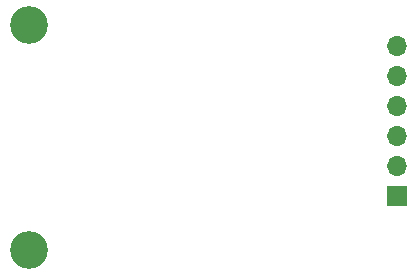
<source format=gbr>
%TF.GenerationSoftware,KiCad,Pcbnew,(6.0.5)*%
%TF.CreationDate,2022-11-14T02:59:19-05:00*%
%TF.ProjectId,IMU_Board,494d555f-426f-4617-9264-2e6b69636164,rev?*%
%TF.SameCoordinates,Original*%
%TF.FileFunction,Soldermask,Bot*%
%TF.FilePolarity,Negative*%
%FSLAX46Y46*%
G04 Gerber Fmt 4.6, Leading zero omitted, Abs format (unit mm)*
G04 Created by KiCad (PCBNEW (6.0.5)) date 2022-11-14 02:59:19*
%MOMM*%
%LPD*%
G01*
G04 APERTURE LIST*
%ADD10C,3.200000*%
%ADD11R,1.700000X1.700000*%
%ADD12O,1.700000X1.700000*%
G04 APERTURE END LIST*
D10*
%TO.C,*%
X106000000Y-109000000D03*
%TD*%
%TO.C,*%
X106000000Y-90000000D03*
%TD*%
D11*
%TO.C,J1*%
X137200000Y-104450000D03*
D12*
X137200000Y-101910000D03*
X137200000Y-99370000D03*
X137200000Y-96830000D03*
X137200000Y-94290000D03*
X137200000Y-91750000D03*
%TD*%
M02*

</source>
